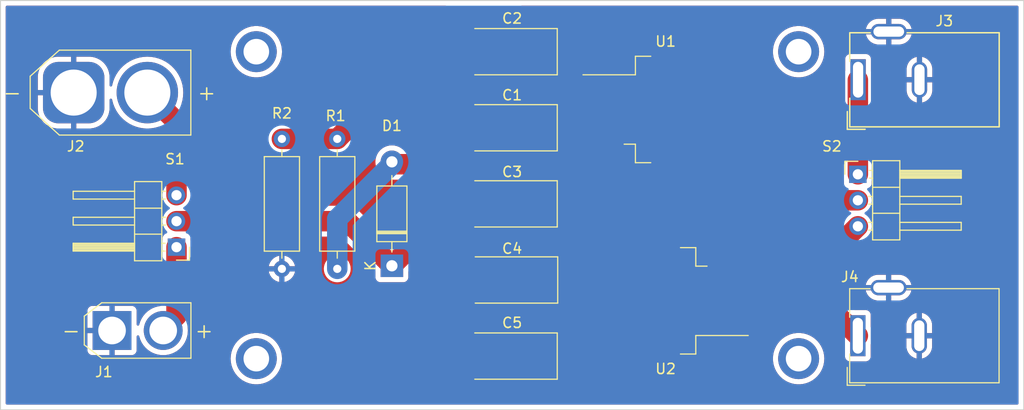
<source format=kicad_pcb>
(kicad_pcb (version 20211014) (generator pcbnew)
  (layers (0 "F.Cu" signal) (31 "B.Cu" signal) (34 "B.Paste" user) (35 "F.Paste" user) (36 "B.SilkS" user "B.Silkscreen") (37 "F.SilkS" user "F.Silkscreen") (38 "B.Mask" user) (39 "F.Mask" user) (44 "Edge.Cuts" user))
  (net 0 "")
  (net 1 "Net-(U1-Pad2)")
  (net 2 "GND")
  (net 3 "Net-(C2-Pad1)")
  (net 4 "Net-(C3-Pad1)")
  (net 5 "Net-(S2-Pad3)")
  (net 6 "Net-(U2-Pad2)")
  (net 7 "Net-(J3-Pad1)")
  (net 8 "Net-(J1-Pad2)")
  (net 9 "Net-(J2-Pad2)")
  (footprint "Connector_BarrelJack:BarrelJack_CUI_PJ-102AH_Horizontal" (layer "F.Cu") (at 176.79 65.76 90)
    (fp_text reference "J3" (at 5.75 8.45) (layer "F.SilkS"))
    (fp_text value "Barrel_Jack_15V")
    (fp_line (start 4.62 4.82) (end 4.62 13.82) (layer "F.SilkS") (width 0.12))
    (fp_line (start -4.58 -0.78) (end -1.78 -0.78) (layer "F.SilkS") (width 0.12))
    (fp_line (start -4.58 13.82) (end -4.58 -0.78) (layer "F.SilkS") (width 0.12))
    (fp_line (start -4.6 -0.8) (end -1.8 -0.8) (layer "F.SilkS") (width 0.12))
    (fp_line (start -4.84 -1.04) (end -3.1 -1.04) (layer "F.SilkS") (width 0.12))
    (fp_line (start 4.62 -0.78) (end 4.62 1.22) (layer "F.SilkS") (width 0.12))
    (fp_line (start -4.82 0.72) (end -4.82 -1.02) (layer "F.SilkS") (width 0.12))
    (fp_line (start 4.6 13.8) (end -4.6 13.8) (layer "F.SilkS") (width 0.12))
    (fp_line (start 1.82 -0.78) (end 4.62 -0.78) (layer "F.SilkS") (width 0.12))
    (fp_line (start -4.6 13.8) (end -4.6 -0.8) (layer "F.SilkS") (width 0.12))
    (fp_line (start 1.8 -0.8) (end 4.6 -0.8) (layer "F.SilkS") (width 0.12))
    (fp_line (start 4.6 -0.8) (end 4.6 1.2) (layer "F.SilkS") (width 0.12))
    (fp_line (start -4.82 -1.02) (end -3.08 -1.02) (layer "F.SilkS") (width 0.12))
    (fp_line (start 4.62 13.82) (end -4.58 13.82) (layer "F.SilkS") (width 0.12))
    (fp_line (start 4.6 4.8) (end 4.6 13.8) (layer "F.SilkS") (width 0.12))
    (fp_line (start -4.84 0.7) (end -4.84 -1.04) (layer "F.SilkS") (width 0.12))
    (pad "1" thru_hole rect locked (at 0.02 0.02 180) (size 1.5 4) (drill oval 1 3.5) (layers *.Cu *.Mask) (net 7 "Net-(J3-Pad1)"))
    (pad "2" thru_hole oval locked (at 0.02 6.02 180) (size 1.5 3.5) (drill oval 1 3) (layers *.Cu *.Mask) (net 2 "GND"))
    (pad "3" thru_hole oval locked (at 4.72 3.02 90) (size 1.5 3.5) (drill oval 1 3) (layers *.Cu *.Mask) (net 2 "GND"))
  )
  (footprint "Diode_THT:D_DO-41_SOD81_P10.16mm_Horizontal" (layer "F.Cu") (at 131.25 83.925 90)
    (fp_text reference "D1" (at 13.68 0 180) (layer "F.SilkS"))
    (fp_text value "1N4007")
    (fp_text user "K" (at 0 -2.1 90) (layer "F.SilkS"))
    (fp_line (start 7.8 1.47) (end 7.8 -1.47) (layer "F.SilkS") (width 0.12))
    (fp_line (start 3.26 -1.47) (end 3.26 1.47) (layer "F.SilkS") (width 0.12))
    (fp_line (start 3.14 -1.47) (end 3.14 1.47) (layer "F.SilkS") (width 0.12))
    (fp_line (start 8.82 0) (end 7.8 0) (layer "F.SilkS") (width 0.12))
    (fp_line (start 1.34 0) (end 2.36 0) (layer "F.SilkS") (width 0.12))
    (fp_line (start 3.38 -1.47) (end 3.38 1.47) (layer "F.SilkS") (width 0.12))
    (fp_line (start 7.8 -1.47) (end 2.36 -1.47) (layer "F.SilkS") (width 0.12))
    (fp_line (start 2.36 1.47) (end 7.8 1.47) (layer "F.SilkS") (width 0.12))
    (fp_line (start 2.36 -1.47) (end 2.36 1.47) (layer "F.SilkS") (width 0.12))
    (pad "1" thru_hole rect (at 0 0 90) (size 2.2 2.2) (drill 1.1) (layers *.Cu *.Mask) (net 4 "Net-(C3-Pad1)"))
    (pad "2" thru_hole oval (at 10.16 0 90) (size 2.2 2.2) (drill 1.1) (layers *.Cu *.Mask) (net 1 "Net-(U1-Pad2)"))
  )
  (footprint "Capacitor_Tantalum_SMD:CP_EIA-7343-31_Kemet-D" (layer "F.Cu") (at 143 70.4375 180)
    (fp_text reference "C1" (at 0 3.1875) (layer "F.SilkS"))
    (fp_text value "22uF")
    (fp_line (start -4.41 -2.26) (end -4.41 2.26) (layer "F.SilkS") (width 0.12))
    (fp_line (start -4.41 2.26) (end 3.65 2.26) (layer "F.SilkS") (width 0.12))
    (fp_line (start 3.65 -2.26) (end -4.41 -2.26) (layer "F.SilkS") (width 0.12))
    (pad "1" smd roundrect locked (at -3.1125 0 180) (size 2.075 2.55) (layers "F.Cu" "F.Paste" "F.Mask") (roundrect_rratio 0.1204819277) (net 1 "Net-(U1-Pad2)"))
    (pad "2" smd roundrect locked (at 3.1125 0 180) (size 2.075 2.55) (layers "F.Cu" "F.Paste" "F.Mask") (roundrect_rratio 0.1204819277) (net 2 "GND"))
  )
  (footprint "Connector_AMASS:AMASS_XT30U-M_1x02_P5.0mm_Vertical" (layer "F.Cu") (at 103.9 90.25)
    (fp_text reference "J1" (at -0.8 4.05) (layer "F.SilkS"))
    (fp_text value "XT30")
    (fp_text user "-" (at -4 0) (layer "F.SilkS") (effects (font (size 1.5 1.5))))
    (fp_text user "+" (at 9 0) (layer "F.SilkS") (effects (font (size 1.5 1.5))))
    (fp_line (start -2.71 -1.41) (end -2.71 1.41) (layer "F.SilkS") (width 0.12))
    (fp_line (start 7.71 -2.71) (end 7.71 2.71) (layer "F.SilkS") (width 0.12))
    (fp_line (start -1.01 2.71) (end 7.71 2.71) (layer "F.SilkS") (width 0.12))
    (fp_line (start -1.01 -2.71) (end 7.71 -2.71) (layer "F.SilkS") (width 0.12))
    (fp_line (start -2.71 -1.41) (end -1.01 -2.71) (layer "F.SilkS") (width 0.12))
    (fp_line (start -2.71 1.41) (end -1.01 2.71) (layer "F.SilkS") (width 0.12))
    (pad "1" thru_hole rect locked (at 0 0) (size 3.8 3.8) (drill 2.7) (layers *.Cu *.Mask) (net 2 "GND"))
    (pad "2" thru_hole circle locked (at 5 0) (size 3.8 3.8) (drill 2.7) (layers *.Cu *.Mask) (net 8 "Net-(J1-Pad2)"))
  )
  (footprint "Capacitor_Tantalum_SMD:CP_EIA-7343-31_Kemet-D" (layer "F.Cu") (at 143.045 85.3125 180)
    (fp_text reference "C4" (at 0.045 3.0625) (layer "F.SilkS"))
    (fp_text value "10uF")
    (fp_line (start -4.41 2.26) (end 3.65 2.26) (layer "F.SilkS") (width 0.12))
    (fp_line (start 3.65 -2.26) (end -4.41 -2.26) (layer "F.SilkS") (width 0.12))
    (fp_line (start -4.41 -2.26) (end -4.41 2.26) (layer "F.SilkS") (width 0.12))
    (pad "1" smd roundrect (at -3.1125 0 180) (size 2.075 2.55) (layers "F.Cu" "F.Paste" "F.Mask") (roundrect_rratio 0.1204819277) (net 5 "Net-(S2-Pad3)"))
    (pad "2" smd roundrect (at 3.1125 0 180) (size 2.075 2.55) (layers "F.Cu" "F.Paste" "F.Mask") (roundrect_rratio 0.1204819277) (net 2 "GND"))
  )
  (footprint "Capacitor_Tantalum_SMD:CP_EIA-7343-31_Kemet-D" (layer "F.Cu") (at 143 63 180)
    (fp_text reference "C2" (at 0 3.25) (layer "F.SilkS"))
    (fp_text value "10uF")
    (fp_line (start -4.41 -2.26) (end -4.41 2.26) (layer "F.SilkS") (width 0.12))
    (fp_line (start -4.41 2.26) (end 3.65 2.26) (layer "F.SilkS") (width 0.12))
    (fp_line (start 3.65 -2.26) (end -4.41 -2.26) (layer "F.SilkS") (width 0.12))
    (pad "1" smd roundrect locked (at -3.1125 0 180) (size 2.075 2.55) (layers "F.Cu" "F.Paste" "F.Mask") (roundrect_rratio 0.1204819277) (net 3 "Net-(C2-Pad1)"))
    (pad "2" smd roundrect locked (at 3.1125 0 180) (size 2.075 2.55) (layers "F.Cu" "F.Paste" "F.Mask") (roundrect_rratio 0.1204819277) (net 2 "GND"))
  )
  (footprint "Connector_PinHeader_2.54mm:PinHeader_1x03_P2.54mm_Horizontal" (layer "F.Cu") (at 176.79 74.985)
    (fp_text reference "S2" (at -2.54 -2.735) (layer "F.SilkS"))
    (fp_text value "Power_output_Jumer")
    (fp_line (start 4.1 -0.08) (end 10.1 -0.08) (layer "F.SilkS") (width 0.12))
    (fp_line (start 4.1 -0.38) (end 10.1 -0.38) (layer "F.SilkS") (width 0.12))
    (fp_line (start 1.042929 5.46) (end 1.44 5.46) (layer "F.SilkS") (width 0.12))
    (fp_line (start 10.1 5.46) (end 4.1 5.46) (layer "F.SilkS") (width 0.12))
    (fp_line (start 10.1 2.16) (end 10.1 2.92) (layer "F.SilkS") (width 0.12))
    (fp_line (start 1.44 3.81) (end 4.1 3.81) (layer "F.SilkS") (width 0.12))
    (fp_line (start 1.44 6.41) (end 4.1 6.41) (layer "F.SilkS") (width 0.12))
    (fp_line (start 4.1 2.16) (end 10.1 2.16) (layer "F.SilkS") (width 0.12))
    (fp_line (start 4.1 -1.33) (end 1.44 -1.33) (layer "F.SilkS") (width 0.12))
    (fp_line (start 4.1 6.41) (end 4.1 -1.33) (layer "F.SilkS") (width 0.12))
    (fp_line (start 4.1 0.16) (end 10.1 0.16) (layer "F.SilkS") (width 0.12))
    (fp_line (start 4.1 4.7) (end 10.1 4.7) (layer "F.SilkS") (width 0.12))
    (fp_line (start 10.1 0.38) (end 4.1 0.38) (layer "F.SilkS") (width 0.12))
    (fp_line (start 1.44 -1.33) (end 1.44 6.41) (layer "F.SilkS") (width 0.12))
    (fp_line (start 4.1 -0.32) (end 10.1 -0.32) (layer "F.SilkS") (width 0.12))
    (fp_line (start -1.27 -1.27) (end 0 -1.27) (layer "F.SilkS") (width 0.12))
    (fp_line (start 4.1 0.04) (end 10.1 0.04) (layer "F.SilkS") (width 0.12))
    (fp_line (start 1.042929 4.7) (end 1.44 4.7) (layer "F.SilkS") (width 0.12))
    (fp_line (start 1.11 0.38) (end 1.44 0.38) (layer "F.SilkS") (width 0.12))
    (fp_line (start -1.27 0) (end -1.27 -1.27) (layer "F.SilkS") (width 0.12))
    (fp_line (start 4.1 -0.2) (end 10.1 -0.2) (layer "F.SilkS") (width 0.12))
    (fp_line (start 1.042929 2.16) (end 1.44 2.16) (layer "F.SilkS") (width 0.12))
    (fp_line (start 1.44 1.27) (end 4.1 1.27) (layer "F.SilkS") (width 0.12))
    (fp_line (start 1.11 -0.38) (end 1.44 -0.38) (layer "F.SilkS") (width 0.12))
    (fp_line (start 10.1 4.7) (end 10.1 5.46) (layer "F.SilkS") (width 0.12))
    (fp_line (start 10.1 2.92) (end 4.1 2.92) (layer "F.SilkS") (width 0.12))
    (fp_line (start 10.1 -0.38) (end 10.1 0.38) (layer "F.SilkS") (width 0.12))
    (fp_line (start 4.1 0.28) (end 10.1 0.28) (layer "F.SilkS") (width 0.12))
    (fp_line (start 1.042929 2.92) (end 1.44 2.92) (layer "F.SilkS") (width 0.12))
    (pad "1" thru_hole rect locked (at 0 0) (size 1.7 1.7) (drill 1) (layers *.Cu *.Mask) (net 7 "Net-(J3-Pad1)"))
    (pad "2" thru_hole oval locked (at 0 2.54) (size 1.7 1.7) (drill 1) (layers *.Cu *.Mask) (net 1 "Net-(U1-Pad2)"))
    (pad "3" thru_hole oval locked (at 0 5.08) (size 1.7 1.7) (drill 1) (layers *.Cu *.Mask) (net 5 "Net-(S2-Pad3)"))
  )
  (footprint "Connector_PinHeader_2.54mm:PinHeader_1x03_P2.54mm_Horizontal" (layer "F.Cu") (at 110.2 82.105 180)
    (fp_text reference "S1" (at 0.15 8.605) (layer "F.SilkS"))
    (fp_text value "Power_input_Jumer")
    (fp_line (start -1.27 0) (end -1.27 -1.27) (layer "F.SilkS") (width 0.12))
    (fp_line (start 4.1 -0.38) (end 10.1 -0.38) (layer "F.SilkS") (width 0.12))
    (fp_line (start 1.44 3.81) (end 4.1 3.81) (layer "F.SilkS") (width 0.12))
    (fp_line (start 4.1 4.7) (end 10.1 4.7) (layer "F.SilkS") (width 0.12))
    (fp_line (start 4.1 -0.2) (end 10.1 -0.2) (layer "F.SilkS") (width 0.12))
    (fp_line (start 1.44 -1.33) (end 1.44 6.41) (layer "F.SilkS") (width 0.12))
    (fp_line (start 4.1 -1.33) (end 1.44 -1.33) (layer "F.SilkS") (width 0.12))
    (fp_line (start 1.44 1.27) (end 4.1 1.27) (layer "F.SilkS") (width 0.12))
    (fp_line (start 4.1 -0.32) (end 10.1 -0.32) (layer "F.SilkS") (width 0.12))
    (fp_line (start 1.042929 4.7) (end 1.44 4.7) (layer "F.SilkS") (width 0.12))
    (fp_line (start 4.1 -0.08) (end 10.1 -0.08) (layer "F.SilkS") (width 0.12))
    (fp_line (start 1.042929 2.16) (end 1.44 2.16) (layer "F.SilkS") (width 0.12))
    (fp_line (start 1.042929 2.92) (end 1.44 2.92) (layer "F.SilkS") (width 0.12))
    (fp_line (start 4.1 0.04) (end 10.1 0.04) (layer "F.SilkS") (width 0.12))
    (fp_line (start 4.1 6.41) (end 4.1 -1.33) (layer "F.SilkS") (width 0.12))
    (fp_line (start 10.1 4.7) (end 10.1 5.46) (layer "F.SilkS") (width 0.12))
    (fp_line (start 10.1 -0.38) (end 10.1 0.38) (layer "F.SilkS") (width 0.12))
    (fp_line (start 1.042929 5.46) (end 1.44 5.46) (layer "F.SilkS") (width 0.12))
    (fp_line (start -1.27 -1.27) (end 0 -1.27) (layer "F.SilkS") (width 0.12))
    (fp_line (start 10.1 2.16) (end 10.1 2.92) (layer "F.SilkS") (width 0.12))
    (fp_line (start 10.1 2.92) (end 4.1 2.92) (layer "F.SilkS") (width 0.12))
    (fp_line (start 4.1 0.28) (end 10.1 0.28) (layer "F.SilkS") (width 0.12))
    (fp_line (start 4.1 2.16) (end 10.1 2.16) (layer "F.SilkS") (width 0.12))
    (fp_line (start 10.1 5.46) (end 4.1 5.46) (layer "F.SilkS") (width 0.12))
    (fp_line (start 1.44 6.41) (end 4.1 6.41) (layer "F.SilkS") (width 0.12))
    (fp_line (start 4.1 0.16) (end 10.1 0.16) (layer "F.SilkS") (width 0.12))
    (fp_line (start 1.11 0.38) (end 1.44 0.38) (layer "F.SilkS") (width 0.12))
    (fp_line (start 1.11 -0.38) (end 1.44 -0.38) (layer "F.SilkS") (width 0.12))
    (fp_line (start 10.1 0.38) (end 4.1 0.38) (layer "F.SilkS") (width 0.12))
    (pad "1" thru_hole rect locked (at 0 0 180) (size 1.7 1.7) (drill 1) (layers *.Cu *.Mask) (net 8 "Net-(J1-Pad2)"))
    (pad "2" thru_hole oval locked (at 0 2.54 180) (size 1.7 1.7) (drill 1) (layers *.Cu *.Mask) (net 4 "Net-(C3-Pad1)"))
    (pad "3" thru_hole oval locked (at 0 5.08 180) (size 1.7 1.7) (drill 1) (layers *.Cu *.Mask) (net 9 "Net-(J2-Pad2)"))
  )
  (footprint "Connector_BarrelJack:BarrelJack_CUI_PJ-102AH_Horizontal" (layer "F.Cu") (at 176.79 90.76 90)
    (fp_text reference "J4" (at 5.75 -0.79) (layer "F.SilkS"))
    (fp_text value "Barrel_Jack_5V")
    (fp_line (start 4.6 4.8) (end 4.6 13.8) (layer "F.SilkS") (width 0.12))
    (fp_line (start 4.6 -0.8) (end 4.6 1.2) (layer "F.SilkS") (width 0.12))
    (fp_line (start -4.84 0.7) (end -4.84 -1.04) (layer "F.SilkS") (width 0.12))
    (fp_line (start 1.8 -0.8) (end 4.6 -0.8) (layer "F.SilkS") (width 0.12))
    (fp_line (start -4.84 -1.04) (end -3.1 -1.04) (layer "F.SilkS") (width 0.12))
    (fp_line (start -4.6 -0.8) (end -1.8 -0.8) (layer "F.SilkS") (width 0.12))
    (fp_line (start 4.6 13.8) (end -4.6 13.8) (layer "F.SilkS") (width 0.12))
    (fp_line (start -4.6 13.8) (end -4.6 -0.8) (layer "F.SilkS") (width 0.12))
    (pad "1" thru_hole rect locked (at 0 0 180) (size 1.5 4) (drill oval 1 3.5) (layers *.Cu *.Mask) (net 6 "Net-(U2-Pad2)"))
    (pad "2" thru_hole oval locked (at 0 6 180) (size 1.5 3.5) (drill oval 1 3) (layers *.Cu *.Mask) (net 2 "GND"))
    (pad "3" thru_hole oval locked (at 4.7 3 90) (size 1.5 3.5) (drill oval 1 3) (layers *.Cu *.Mask) (net 2 "GND"))
  )
  (footprint "Connector_AMASS:AMASS_XT60-M_1x02_P7.20mm_Vertical" (layer "F.Cu") (at 100.15 67)
    (fp_text reference "J2" (at 0.2 5.25) (layer "F.SilkS"))
    (fp_text value "XT60")
    (fp_text user "-" (at -6 0) (layer "F.SilkS") (effects (font (size 1.5 1.5))))
    (fp_text user "+" (at 13 0) (layer "F.SilkS") (effects (font (size 1.5 1.5))))
    (fp_line (start 11.45 4.15) (end 11.45 -4.15) (layer "F.SilkS") (width 0.12))
    (fp_line (start 11.45 -4.15) (end -1.4 -4.15) (layer "F.SilkS") (width 0.12))
    (fp_line (start -1.4 4.15) (end 11.45 4.15) (layer "F.SilkS") (width 0.12))
    (fp_line (start -1.4 -4.15) (end -4.25 -1.6) (layer "F.SilkS") (width 0.12))
    (fp_line (start -4.25 -1.6) (end -4.25 1.55) (layer "F.SilkS") (width 0.12))
    (fp_line (start -4.25 1.55) (end -1.4 4.15) (layer "F.SilkS") (width 0.12))
    (pad "1" thru_hole roundrect locked (at 0 0) (size 6 6) (drill 4.5) (layers *.Cu *.Mask) (net 2 "GND"))
    (pad "2" thru_hole circle locked (at 7.2 0) (size 6 6) (drill 4.5) (layers *.Cu *.Mask) (net 9 "Net-(J2-Pad2)"))
  )
  (footprint "Package_TO_SOT_SMD:TO-263-3_TabPin2" (layer "F.Cu") (at 158 68.65)
    (fp_text reference "U1" (at 0 -6.65) (layer "F.SilkS"))
    (fp_text value "LM1084-ADJ")
    (fp_line (start -1.45 5.2) (end -2.95 5.2) (layer "F.SilkS") (width 0.12))
    (fp_line (start -2.95 3.39) (end -4.05 3.39) (layer "F.SilkS") (width 0.12))
    (fp_line (start -2.95 -3.39) (end -8.075 -3.39) (layer "F.SilkS") (width 0.12))
    (fp_line (start -2.95 5.2) (end -2.95 3.39) (layer "F.SilkS") (width 0.12))
    (fp_line (start -1.45 -5.2) (end -2.95 -5.2) (layer "F.SilkS") (width 0.12))
    (fp_line (start -2.95 -5.2) (end -2.95 -3.39) (layer "F.SilkS") (width 0.12))
    (pad "1" smd rect locked (at -5.775 -2.54) (size 4.6 1.1) (layers "F.Cu" "F.Paste" "F.Mask") (net 3 "Net-(C2-Pad1)"))
    (pad "2" smd rect locked (at -5.775 0) (size 4.6 1.1) (layers "F.Cu" "F.Paste" "F.Mask") (net 1 "Net-(U1-Pad2)"))
    (pad "2" smd rect locked (at 3.375 0) (size 9.4 10.8) (layers "F.Cu" "F.Mask") (net 1 "Net-(U1-Pad2)"))
    (pad "3" smd rect locked (at -5.775 2.54) (size 4.6 1.1) (layers "F.Cu" "F.Paste" "F.Mask") (net 4 "Net-(C3-Pad1)"))
  )
  (footprint "Resistor_THT:R_Axial_DIN0309_L9.0mm_D3.2mm_P12.70mm_Horizontal" (layer "F.Cu") (at 125.91 84.225 90)
    (fp_text reference "R1" (at 14.95 -0.16 180) (layer "F.SilkS"))
    (fp_text value "150Ω")
    (fp_line (start 10.97 -1.72) (end 1.73 -1.72) (layer "F.SilkS") (width 0.12))
    (fp_line (start 1.73 -1.72) (end 1.73 1.72) (layer "F.SilkS") (width 0.12))
    (fp_line (start 11.66 0) (end 10.97 0) (layer "F.SilkS") (width 0.12))
    (fp_line (start 1.73 1.72) (end 10.97 1.72) (layer "F.SilkS") (width 0.12))
    (fp_line (start 10.97 1.72) (end 10.97 -1.72) (layer "F.SilkS") (width 0.12))
    (fp_line (start 1.04 0) (end 1.73 0) (layer "F.SilkS") (width 0.12))
    (pad "1" thru_hole circle locked (at 0 0 90) (size 1.6 1.6) (drill 0.8) (layers *.Cu *.Mask) (net 1 "Net-(U1-Pad2)"))
    (pad "2" thru_hole oval locked (at 12.7 0 90) (size 1.6 1.6) (drill 0.8) (layers *.Cu *.Mask) (net 3 "Net-(C2-Pad1)"))
  )
  (footprint "Capacitor_Tantalum_SMD:CP_EIA-7343-31_Kemet-D" (layer "F.Cu") (at 143 77.875 180)
    (fp_text reference "C3" (at 0 3.125) (layer "F.SilkS"))
    (fp_text value "10uF")
    (fp_line (start -4.41 -2.26) (end -4.41 2.26) (layer "F.SilkS") (width 0.12))
    (fp_line (start -4.41 2.26) (end 3.65 2.26) (layer "F.SilkS") (width 0.12))
    (fp_line (start 3.65 -2.26) (end -4.41 -2.26) (layer "F.SilkS") (width 0.12))
    (pad "1" smd roundrect locked (at -3.1125 0 180) (size 2.075 2.55) (layers "F.Cu" "F.Paste" "F.Mask") (roundrect_rratio 0.1204819277) (net 4 "Net-(C3-Pad1)"))
    (pad "2" smd roundrect locked (at 3.1125 0 180) (size 2.075 2.55) (layers "F.Cu" "F.Paste" "F.Mask") (roundrect_rratio 0.1204819277) (net 2 "GND"))
  )
  (footprint "Capacitor_Tantalum_SMD:CP_EIA-7343-31_Kemet-D" (layer "F.Cu") (at 143 92.75 180)
    (fp_text reference "C5" (at 0 3.25) (layer "F.SilkS"))
    (fp_text value "10uF")
    (fp_line (start -4.41 -2.26) (end -4.41 2.26) (layer "F.SilkS") (width 0.12))
    (fp_line (start -4.41 2.26) (end 3.65 2.26) (layer "F.SilkS") (width 0.12))
    (fp_line (start 3.65 -2.26) (end -4.41 -2.26) (layer "F.SilkS") (width 0.12))
    (pad "1" smd roundrect locked (at -3.1125 0 180) (size 2.075 2.55) (layers "F.Cu" "F.Paste" "F.Mask") (roundrect_rratio 0.1204819277) (net 6 "Net-(U2-Pad2)"))
    (pad "2" smd roundrect locked (at 3.1125 0 180) (size 2.075 2.55) (layers "F.Cu" "F.Paste" "F.Mask") (roundrect_rratio 0.1204819277) (net 2 "GND"))
  )
  (footprint "Resistor_THT:R_Axial_DIN0309_L9.0mm_D3.2mm_P12.70mm_Horizontal" (layer "F.Cu") (at 120.5 71.525 -90)
    (fp_text reference "R2" (at -2.5 0 180) (layer "F.SilkS"))
    (fp_text value "1,65kΩ")
    (fp_line (start 10.97 1.72) (end 10.97 -1.72) (layer "F.SilkS") (width 0.12))
    (fp_line (start 1.04 0) (end 1.73 0) (layer "F.SilkS") (width 0.12))
    (fp_line (start 10.97 -1.72) (end 1.73 -1.72) (layer "F.SilkS") (width 0.12))
    (fp_line (start 11.66 0) (end 10.97 0) (layer "F.SilkS") (width 0.12))
    (fp_line (start 1.73 1.72) (end 10.97 1.72) (layer "F.SilkS") (width 0.12))
    (fp_line (start 1.73 -1.72) (end 1.73 1.72) (layer "F.SilkS") (width 0.12))
    (pad "1" thru_hole circle locked (at 0 0 270) (size 1.6 1.6) (drill 0.8) (layers *.Cu *.Mask) (net 3 "Net-(C2-Pad1)"))
    (pad "2" thru_hole oval locked (at 12.7 0 270) (size 1.6 1.6) (drill 0.8) (layers *.Cu *.Mask) (net 2 "GND"))
  )
  (footprint "Package_TO_SOT_SMD:TO-263-3_TabPin2" (layer "F.Cu") (at 158 87.35 180)
    (fp_text reference "U2" (at 0 -6.65) (layer "F.SilkS"))
    (fp_text value "LM1084-5.0")
    (fp_line (start -1.45 5.2) (end -2.95 5.2) (layer "F.SilkS") (width 0.12))
    (fp_line (start -2.95 -3.39) (end -8.075 -3.39) (layer "F.SilkS") (width 0.12))
    (fp_line (start -2.95 -5.2) (end -2.95 -3.39) (layer "F.SilkS") (width 0.12))
    (fp_line (start -1.45 -5.2) (end -2.95 -5.2) (layer "F.SilkS") (width 0.12))
    (fp_line (start -2.95 3.39) (end -4.05 3.39) (layer "F.SilkS") (width 0.12))
    (fp_line (start -2.95 5.2) (end -2.95 3.39) (layer "F.SilkS") (width 0.12))
    (pad "1" smd rect locked (at -5.775 -2.54 180) (size 4.6 1.1) (layers "F.Cu" "F.Paste" "F.Mask") (net 2 "GND"))
    (pad "2" smd rect locked (at 3.375 0 180) (size 9.4 10.8) (layers "F.Cu" "F.Mask") (net 6 "Net-(U2-Pad2)"))
    (pad "2" smd rect locked (at -5.775 0 180) (size 4.6 1.1) (layers "F.Cu" "F.Paste" "F.Mask") (net 6 "Net-(U2-Pad2)"))
    (pad "3" smd rect locked (at -5.775 2.54 180) (size 4.6 1.1) (layers "F.Cu" "F.Paste" "F.Mask") (net 5 "Net-(S2-Pad3)"))
  )
  (gr_rect locked (start 93 58) (end 193 98) (layer "Edge.Cuts") (width 0.1) (fill none))
  (via locked (at 171 63) (size 4) (drill 2.5) (layers "F.Cu" "B.Cu") (net 0))
  (via locked (at 171 93) (size 4) (drill 2.5) (layers "F.Cu" "B.Cu") (net 0))
  (via locked (at 118 63) (size 4) (drill 2.5) (layers "F.Cu" "B.Cu") (net 0))
  (via locked (at 118 93) (size 4) (drill 2.5) (layers "F.Cu" "B.Cu") (net 0))
  (segment (start 131.485 74) (end 142.55 74) (width 2) (layer "F.Cu") (net 1))
  (segment (start 152.225 68.65) (end 147.9 68.65) (width 2) (layer "F.Cu") (net 1))
  (segment (start 169.525 77.525) (end 161.375 69.375) (width 2) (layer "F.Cu") (net 1))
  (segment (start 161.375 69.375) (end 161.375 68.65) (width 2) (layer "F.Cu") (net 1))
  (segment (start 176.79 77.525) (end 169.525 77.525) (width 2) (layer "F.Cu") (net 1))
  (segment (start 131.25 73.765) (end 131.485 74) (width 2) (layer "F.Cu") (net 1))
  (segment (start 142.55 74) (end 146.1125 70.4375) (width 2) (layer "F.Cu") (net 1))
  (segment (start 161.375 68.65) (end 152.225 68.65) (width 2) (layer "F.Cu") (net 1))
  (segment (start 147.9 68.65) (end 146.1125 70.4375) (width 2) (layer "F.Cu") (net 1))
  (segment (start 131.25 73.765) (end 131.25 74) (width 2) (layer "B.Cu") (net 1))
  (segment (start 125.91 79.34) (end 125.91 84.225) (width 2) (layer "B.Cu") (net 1))
  (segment (start 131.25 74) (end 125.91 79.34) (width 2) (layer "B.Cu") (net 1))
  (segment (start 146.1125 63) (end 146 63) (width 2) (layer "F.Cu") (net 3))
  (segment (start 137.685 59.75) (end 125.91 71.525) (width 2) (layer "F.Cu") (net 3))
  (segment (start 146.1125 63.1125) (end 146.1125 63) (width 2) (layer "F.Cu") (net 3))
  (segment (start 125.91 71.525) (end 120.5 71.525) (width 2) (layer "F.Cu") (net 3))
  (segment (start 146 63) (end 142.75 59.75) (width 2) (layer "F.Cu") (net 3))
  (segment (start 149.11 66.11) (end 146.1125 63.1125) (width 2) (layer "F.Cu") (net 3))
  (segment (start 142.75 59.75) (end 137.685 59.75) (width 2) (layer "F.Cu") (net 3))
  (segment (start 152.225 66.11) (end 149.11 66.11) (width 2) (layer "F.Cu") (net 3))
  (segment (start 142.4875 81.5) (end 146.1125 77.875) (width 2) (layer "F.Cu") (net 4))
  (segment (start 146.1125 77.875) (end 146.1125 77.3025) (width 2) (layer "F.Cu") (net 4))
  (segment (start 126.89 79.565) (end 131.25 83.925) (width 2) (layer "F.Cu") (net 4))
  (segment (start 146.1125 77.3025) (end 152.225 71.19) (width 2) (layer "F.Cu") (net 4))
  (segment (start 133.675 81.5) (end 142.4875 81.5) (width 2) (layer "F.Cu") (net 4))
  (segment (start 131.25 83.925) (end 133.675 81.5) (width 2) (layer "F.Cu") (net 4))
  (segment (start 110.2 79.565) (end 126.89 79.565) (width 2) (layer "F.Cu") (net 4))
  (segment (start 159.25 79.75) (end 163.775 84.275) (width 2) (layer "F.Cu") (net 5))
  (segment (start 163.775 84.275) (end 163.775 84.81) (width 2) (layer "F.Cu") (net 5))
  (segment (start 163.775 84.81) (end 172.045 84.81) (width 2) (layer "F.Cu") (net 5))
  (segment (start 146.1575 85.3125) (end 146.1575 82.8425) (width 2) (layer "F.Cu") (net 5))
  (segment (start 146.1575 82.8425) (end 149.25 79.75) (width 2) (layer "F.Cu") (net 5))
  (segment (start 149.25 79.75) (end 159.25 79.75) (width 2) (layer "F.Cu") (net 5))
  (segment (start 172.045 84.81) (end 176.79 80.065) (width 2) (layer "F.Cu") (net 5))
  (segment (start 154.625 87.35) (end 163.775 87.35) (width 2) (layer "F.Cu") (net 6))
  (segment (start 163.775 87.35) (end 173.38 87.35) (width 2) (layer "F.Cu") (net 6))
  (segment (start 173.38 87.35) (end 176.79 90.76) (width 2) (layer "F.Cu") (net 6))
  (segment (start 146.1125 92.75) (end 149.225 92.75) (width 2) (layer "F.Cu") (net 6))
  (segment (start 149.225 92.75) (end 154.625 87.35) (width 2) (layer "F.Cu") (net 6))
  (segment (start 176.79 65.76) (end 176.81 65.74) (width 0.25) (layer "F.Cu") (net 7))
  (segment (start 176.79 74.985) (end 176.79 65.76) (width 2) (layer "F.Cu") (net 7))
  (segment (start 176.81 74.965) (end 176.79 74.985) (width 0.25) (layer "F.Cu") (net 7))
  (segment (start 108.9 90.25) (end 108.9 90.1) (width 2) (layer "F.Cu") (net 8))
  (segment (start 110.2 88.8) (end 110.2 82.105) (width 2) (layer "F.Cu") (net 8))
  (segment (start 108.9 90.1) (end 110.2 88.8) (width 2) (layer "F.Cu") (net 8))
  (segment (start 110.2 69.85) (end 107.35 67) (width 2) (layer "F.Cu") (net 9))
  (segment (start 110.2 77.025) (end 110.2 69.85) (width 2) (layer "F.Cu") (net 9))
  (zone (net 2) (net_name "GND") (layer "F.Cu") (connect_pads (clearance 0.508)) (min_thickness 0.254) (fill yes (thermal_gap 0.508) (thermal_bridge_width 0.508))
    (polygon (pts (xy 193 98) (xy 93 98) (xy 93 58) (xy 193 58)))
  )
  (zone (net 2) (net_name "GND") (layer "B.Cu") (connect_pads (clearance 0.508)) (min_thickness 0.254) (fill yes (thermal_gap 0.508) (thermal_bridge_width 0.508))
    (polygon (pts (xy 193 98) (xy 93 98) (xy 93 58) (xy 193 58)))
  )
)
</source>
